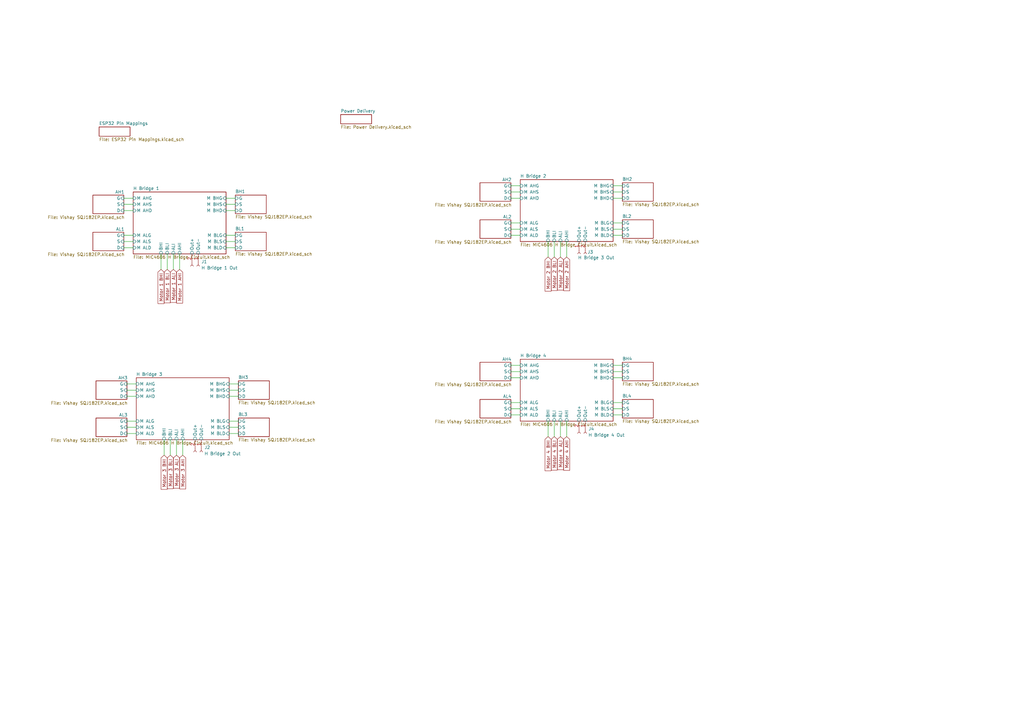
<source format=kicad_sch>
(kicad_sch (version 20231120) (generator "eeschema") (generator_version "8.0")
  (paper "A3")
  (title_block (title "ESP32 DC Motor Driver") (rev "1") (company "Divster"))
  (lib_symbols
    (symbol "Connector:Conn_01x02_Socket" (pin_names (offset 1.016) hide)
      (property "Reference" "J" (at 0 2.54 0))
      (property "Value" "Conn_01x02_Socket" (at 0 -5.08 0))
      (symbol "Conn_01x02_Socket_1_1"
        (arc (start 0 -2.032) (mid -0.5058 -2.54) (end 0 -3.048) (stroke (width 0.1524)))
        (polyline (pts (xy -1.27 -2.54) (xy -0.508 -2.54)) (stroke (width 0.1524)))
        (polyline (pts (xy -1.27 0) (xy -0.508 0)) (stroke (width 0.1524)))
        (arc (start 0 0.508) (mid -0.5058 0) (end 0 -0.508) (stroke (width 0.1524)))
        (pin passive line (at -5.08 0 0) (length 3.81) (name "Pin_1") (number "1"))
        (pin passive line (at -5.08 -2.54 0) (length 3.81) (name "Pin_2") (number "2"))
      )
    )
  )
  (wire (pts (xy 92.71 81.28) (xy 96.52 81.28)))
  (wire (pts (xy 50.8 86.36) (xy 54.61 86.36)))
  (wire (pts (xy 229.87 105.41) (xy 229.87 99.06)))
  (wire (pts (xy 92.71 96.52) (xy 96.52 96.52)))
  (wire (pts (xy 93.98 157.48) (xy 97.79 157.48)))
  (wire (pts (xy 251.46 93.98) (xy 255.27 93.98)))
  (wire (pts (xy 71.12 110.49) (xy 71.12 104.14)))
  (wire (pts (xy 227.33 179.07) (xy 227.33 172.72)))
  (wire (pts (xy 209.55 76.2) (xy 213.36 76.2)))
  (wire (pts (xy 50.8 81.28) (xy 54.61 81.28)))
  (wire (pts (xy 229.87 179.07) (xy 229.87 172.72)))
  (wire (pts (xy 92.71 86.36) (xy 96.52 86.36)))
  (wire (pts (xy 224.79 179.07) (xy 224.79 172.72)))
  (wire (pts (xy 92.71 99.06) (xy 96.52 99.06)))
  (wire (pts (xy 69.85 186.69) (xy 69.85 180.34)))
  (wire (pts (xy 92.71 101.6) (xy 96.52 101.6)))
  (wire (pts (xy 209.55 149.86) (xy 213.36 149.86)))
  (wire (pts (xy 93.98 160.02) (xy 97.79 160.02)))
  (wire (pts (xy 209.55 152.4) (xy 213.36 152.4)))
  (wire (pts (xy 209.55 154.94) (xy 213.36 154.94)))
  (wire (pts (xy 50.8 101.6) (xy 54.61 101.6)))
  (wire (pts (xy 251.46 96.52) (xy 255.27 96.52)))
  (wire (pts (xy 251.46 152.4) (xy 255.27 152.4)))
  (wire (pts (xy 93.98 162.56) (xy 97.79 162.56)))
  (wire (pts (xy 93.98 177.8) (xy 97.79 177.8)))
  (wire (pts (xy 251.46 76.2) (xy 255.27 76.2)))
  (wire (pts (xy 251.46 91.44) (xy 255.27 91.44)))
  (wire (pts (xy 251.46 170.18) (xy 255.27 170.18)))
  (wire (pts (xy 209.55 167.64) (xy 213.36 167.64)))
  (wire (pts (xy 251.46 149.86) (xy 255.27 149.86)))
  (wire (pts (xy 52.07 162.56) (xy 55.88 162.56)))
  (wire (pts (xy 251.46 167.64) (xy 255.27 167.64)))
  (wire (pts (xy 209.55 91.44) (xy 213.36 91.44)))
  (wire (pts (xy 251.46 78.74) (xy 255.27 78.74)))
  (wire (pts (xy 66.04 110.49) (xy 66.04 104.14)))
  (wire (pts (xy 52.07 175.26) (xy 55.88 175.26)))
  (wire (pts (xy 232.41 179.07) (xy 232.41 172.72)))
  (wire (pts (xy 251.46 154.94) (xy 255.27 154.94)))
  (wire (pts (xy 74.93 186.69) (xy 74.93 180.34)))
  (wire (pts (xy 93.98 172.72) (xy 97.79 172.72)))
  (wire (pts (xy 251.46 165.1) (xy 255.27 165.1)))
  (wire (pts (xy 209.55 165.1) (xy 213.36 165.1)))
  (wire (pts (xy 227.33 105.41) (xy 227.33 99.06)))
  (wire (pts (xy 52.07 172.72) (xy 55.88 172.72)))
  (wire (pts (xy 67.31 186.69) (xy 67.31 180.34)))
  (wire (pts (xy 224.79 105.41) (xy 224.79 99.06)))
  (wire (pts (xy 209.55 170.18) (xy 213.36 170.18)))
  (wire (pts (xy 251.46 81.28) (xy 255.27 81.28)))
  (wire (pts (xy 209.55 81.28) (xy 213.36 81.28)))
  (wire (pts (xy 209.55 93.98) (xy 213.36 93.98)))
  (wire (pts (xy 52.07 177.8) (xy 55.88 177.8)))
  (wire (pts (xy 73.66 110.49) (xy 73.66 104.14)))
  (wire (pts (xy 93.98 175.26) (xy 97.79 175.26)))
  (wire (pts (xy 52.07 160.02) (xy 55.88 160.02)))
  (wire (pts (xy 50.8 96.52) (xy 54.61 96.52)))
  (wire (pts (xy 232.41 105.41) (xy 232.41 99.06)))
  (wire (pts (xy 209.55 96.52) (xy 213.36 96.52)))
  (wire (pts (xy 50.8 99.06) (xy 54.61 99.06)))
  (wire (pts (xy 50.8 83.82) (xy 54.61 83.82)))
  (wire (pts (xy 52.07 157.48) (xy 55.88 157.48)))
  (wire (pts (xy 72.39 186.69) (xy 72.39 180.34)))
  (wire (pts (xy 209.55 78.74) (xy 213.36 78.74)))
  (wire (pts (xy 92.71 83.82) (xy 96.52 83.82)))
  (wire (pts (xy 68.58 110.49) (xy 68.58 104.14)))
  (global_label "Motor 1 BHI" (shape input) (at 66.04 110.49 270) (property "Intersheetrefs" "${INTERSHEET_REFS}" (effects (hide yes))))
  (global_label "Motor 1 AHI" (shape input) (at 73.66 110.49 270) (property "Intersheetrefs" "${INTERSHEET_REFS}" (effects (hide yes))))
  (global_label "Motor 2 ALI" (shape input) (at 229.87 105.41 270) (property "Intersheetrefs" "${INTERSHEET_REFS}" (effects (hide yes))))
  (global_label "Motor 3 ALI" (shape input) (at 72.39 186.69 270) (property "Intersheetrefs" "${INTERSHEET_REFS}" (effects (hide yes))))
  (global_label "Motor 3 BHI" (shape input) (at 67.31 186.69 270) (property "Intersheetrefs" "${INTERSHEET_REFS}" (effects (hide yes))))
  (global_label "Motor 2 BHI" (shape input) (at 224.79 105.41 270) (property "Intersheetrefs" "${INTERSHEET_REFS}" (effects (hide yes))))
  (global_label "Motor 3 AHI" (shape input) (at 74.93 186.69 270) (property "Intersheetrefs" "${INTERSHEET_REFS}" (effects (hide yes))))
  (global_label "Motor 4 BHI" (shape input) (at 224.79 179.07 270) (property "Intersheetrefs" "${INTERSHEET_REFS}" (effects (hide yes))))
  (global_label "Motor 3 BLI" (shape input) (at 69.85 186.69 270) (property "Intersheetrefs" "${INTERSHEET_REFS}" (effects (hide yes))))
  (global_label "Motor 4 ALI" (shape input) (at 229.87 179.07 270) (property "Intersheetrefs" "${INTERSHEET_REFS}" (effects (hide yes))))
  (global_label "Motor 1 ALI" (shape input) (at 71.12 110.49 270) (property "Intersheetrefs" "${INTERSHEET_REFS}" (effects (hide yes))))
  (global_label "Motor 1 BLI" (shape input) (at 68.58 110.49 270) (property "Intersheetrefs" "${INTERSHEET_REFS}" (effects (hide yes))))
  (global_label "Motor 4 BLI" (shape input) (at 227.33 179.07 270) (property "Intersheetrefs" "${INTERSHEET_REFS}" (effects (hide yes))))
  (global_label "Motor 2 AHI" (shape input) (at 232.41 105.41 270) (property "Intersheetrefs" "${INTERSHEET_REFS}" (effects (hide yes))))
  (global_label "Motor 4 AHI" (shape input) (at 232.41 179.07 270) (property "Intersheetrefs" "${INTERSHEET_REFS}" (effects (hide yes))))
  (global_label "Motor 2 BLI" (shape input) (at 227.33 105.41 270) (property "Intersheetrefs" "${INTERSHEET_REFS}" (effects (hide yes))))
  (symbol (lib_id "Connector:Conn_01x02_Socket") (at 81.28 109.22 270) (unit 1)
    (property "Reference" "J1" (at 82.55 107.3149 90) (effects (justify left)))
    (property "Value" "H Bridge 1 Out" (at 82.55 109.8549 90) (effects (justify left)))
    (property "Description" "Generic connector, single row, 01x02, script generated" (effects (hide yes)))
  )
  (symbol (lib_id "Connector:Conn_01x02_Socket") (at 237.49 104.14 90) (mirror x) (unit 1)
    (property "Reference" "J3" (at 243.332 103.378 90) (effects (justify left)))
    (property "Value" "H Bridge 3 Out" (at 251.968 105.664 90) (effects (justify left)))
    (property "Description" "Generic connector, single row, 01x02, script generated" (effects (hide yes)))
  )
  (symbol (lib_id "Connector:Conn_01x02_Socket") (at 82.55 185.42 270) (unit 1)
    (property "Reference" "J2" (at 83.82 183.5149 90) (effects (justify left)))
    (property "Value" "H Bridge 2 Out" (at 83.82 186.0549 90) (effects (justify left)))
    (property "Description" "Generic connector, single row, 01x02, script generated" (effects (hide yes)))
  )
  (symbol (lib_id "Connector:Conn_01x02_Socket") (at 240.03 177.8 270) (unit 1)
    (property "Reference" "J4" (at 241.3 175.8949 90) (effects (justify left)))
    (property "Value" "H Bridge 4 Out" (at 241.3 178.4349 90) (effects (justify left)))
    (property "Description" "Generic connector, single row, 01x02, script generated" (effects (hide yes)))
  )
  (sheet (at 54.61 78.74) (size 38.1 25.4) (stroke (width 0.1524))
    (property "Sheetname" "H Bridge 1" (at 54.61 78.0284 0) (effects (justify left bottom)))
    (property "Sheetfile" "MIC4606 H Bridge Circuit.kicad_sch" (at 54.61 104.7246 0) (effects (justify left top)))
    (pin "M AHG" input (at 54.61 81.28 180))
    (pin "M ALG" input (at 54.61 96.52 180))
    (pin "M AHS" input (at 54.61 83.82 180))
    (pin "M AHD" input (at 54.61 86.36 180))
    (pin "M BHD" input (at 92.71 86.36 0))
    (pin "M BHS" input (at 92.71 83.82 0))
    (pin "M ALS" input (at 54.61 99.06 180))
    (pin "M ALD" input (at 54.61 101.6 180))
    (pin "M BLS" input (at 92.71 99.06 0))
    (pin "M BLD" input (at 92.71 101.6 0))
    (pin "M BLG" input (at 92.71 96.52 0))
    (pin "M BHG" input (at 92.71 81.28 0))
    (pin "BHI" input (at 66.04 104.14 270))
    (pin "BLI" input (at 68.58 104.14 270))
    (pin "ALI" input (at 71.12 104.14 270))
    (pin "AHI" input (at 73.66 104.14 270))
    (pin "Out+" input (at 78.74 104.14 270))
    (pin "Out-" input (at 81.28 104.14 270))
  )
  (sheet (at 97.79 171.45) (size 12.7 7.62) (stroke (width 0.1524))
    (property "Sheetname" "BL3" (at 97.79 170.7384 0) (effects (justify left bottom)))
    (property "Sheetfile" "Vishay SQJ182EP.kicad_sch" (at 97.79 179.6546 0) (effects (justify left top)))
    (pin "S" input (at 97.79 175.26 180))
    (pin "G" input (at 97.79 172.72 180))
    (pin "D" input (at 97.79 177.8 180))
  )
  (sheet (at 255.27 163.83) (size 12.7 7.62) (stroke (width 0.1524))
    (property "Sheetname" "BL4" (at 255.27 163.1184 0) (effects (justify left bottom)))
    (property "Sheetfile" "Vishay SQJ182EP.kicad_sch" (at 255.27 172.0346 0) (effects (justify left top)))
    (pin "S" input (at 255.27 167.64 180))
    (pin "G" input (at 255.27 165.1 180))
    (pin "D" input (at 255.27 170.18 180))
  )
  (sheet (at 255.27 148.59) (size 12.7 7.62) (stroke (width 0.1524))
    (property "Sheetname" "BH4" (at 255.27 147.8784 0) (effects (justify left bottom)))
    (property "Sheetfile" "Vishay SQJ182EP.kicad_sch" (at 255.27 156.7946 0) (effects (justify left top)))
    (pin "S" input (at 255.27 152.4 180))
    (pin "G" input (at 255.27 149.86 180))
    (pin "D" input (at 255.27 154.94 180))
  )
  (sheet (at 255.27 90.17) (size 12.7 7.62) (stroke (width 0.1524))
    (property "Sheetname" "BL2" (at 255.27 89.4584 0) (effects (justify left bottom)))
    (property "Sheetfile" "Vishay SQJ182EP.kicad_sch" (at 255.27 98.3746 0) (effects (justify left top)))
    (pin "S" input (at 255.27 93.98 180))
    (pin "G" input (at 255.27 91.44 180))
    (pin "D" input (at 255.27 96.52 180))
  )
  (sheet (at 196.85 90.17) (size 12.7 7.62) (stroke (width 0.1524))
    (property "Sheetname" "AL2" (at 209.804 89.662 0) (effects (justify right bottom)))
    (property "Sheetfile" "Vishay SQJ182EP.kicad_sch" (at 194.056 98.552 0) (effects (justify top)))
    (pin "S" input (at 209.55 93.98 0))
    (pin "G" input (at 209.55 91.44 0))
    (pin "D" input (at 209.55 96.52 0))
  )
  (sheet (at 97.79 156.21) (size 12.7 7.62) (stroke (width 0.1524))
    (property "Sheetname" "BH3" (at 97.79 155.4984 0) (effects (justify left bottom)))
    (property "Sheetfile" "Vishay SQJ182EP.kicad_sch" (at 97.79 164.4146 0) (effects (justify left top)))
    (pin "S" input (at 97.79 160.02 180))
    (pin "G" input (at 97.79 157.48 180))
    (pin "D" input (at 97.79 162.56 180))
  )
  (sheet (at 213.36 73.66) (size 38.1 25.4) (stroke (width 0.1524))
    (property "Sheetname" "H Bridge 2" (at 213.36 72.9484 0) (effects (justify left bottom)))
    (property "Sheetfile" "MIC4606 H Bridge Circuit.kicad_sch" (at 213.36 99.6446 0) (effects (justify left top)))
    (pin "M AHG" input (at 213.36 76.2 180))
    (pin "M ALG" input (at 213.36 91.44 180))
    (pin "M AHS" input (at 213.36 78.74 180))
    (pin "M AHD" input (at 213.36 81.28 180))
    (pin "M BHD" input (at 251.46 81.28 0))
    (pin "M BHS" input (at 251.46 78.74 0))
    (pin "M ALS" input (at 213.36 93.98 180))
    (pin "M ALD" input (at 213.36 96.52 180))
    (pin "M BLS" input (at 251.46 93.98 0))
    (pin "M BLD" input (at 251.46 96.52 0))
    (pin "M BLG" input (at 251.46 91.44 0))
    (pin "M BHG" input (at 251.46 76.2 0))
    (pin "BHI" input (at 224.79 99.06 270))
    (pin "BLI" input (at 227.33 99.06 270))
    (pin "ALI" input (at 229.87 99.06 270))
    (pin "AHI" input (at 232.41 99.06 270))
    (pin "Out+" input (at 237.49 99.06 270))
    (pin "Out-" input (at 240.03 99.06 270))
  )
  (sheet (at 196.85 163.83) (size 12.7 7.62) (stroke (width 0.1524))
    (property "Sheetname" "AL4" (at 209.804 163.322 0) (effects (justify right bottom)))
    (property "Sheetfile" "Vishay SQJ182EP.kicad_sch" (at 194.056 172.212 0) (effects (justify top)))
    (pin "S" input (at 209.55 167.64 0))
    (pin "G" input (at 209.55 165.1 0))
    (pin "D" input (at 209.55 170.18 0))
  )
  (sheet (at 55.88 154.94) (size 38.1 25.4) (stroke (width 0.1524))
    (property "Sheetname" "H Bridge 3" (at 55.88 154.2284 0) (effects (justify left bottom)))
    (property "Sheetfile" "MIC4606 H Bridge Circuit.kicad_sch" (at 55.88 180.9246 0) (effects (justify left top)))
    (pin "M AHG" input (at 55.88 157.48 180))
    (pin "M ALG" input (at 55.88 172.72 180))
    (pin "M AHS" input (at 55.88 160.02 180))
    (pin "M AHD" input (at 55.88 162.56 180))
    (pin "M BHD" input (at 93.98 162.56 0))
    (pin "M BHS" input (at 93.98 160.02 0))
    (pin "M ALS" input (at 55.88 175.26 180))
    (pin "M ALD" input (at 55.88 177.8 180))
    (pin "M BLS" input (at 93.98 175.26 0))
    (pin "M BLD" input (at 93.98 177.8 0))
    (pin "M BLG" input (at 93.98 172.72 0))
    (pin "M BHG" input (at 93.98 157.48 0))
    (pin "BHI" input (at 67.31 180.34 270))
    (pin "BLI" input (at 69.85 180.34 270))
    (pin "ALI" input (at 72.39 180.34 270))
    (pin "AHI" input (at 74.93 180.34 270))
    (pin "Out+" input (at 80.01 180.34 270))
    (pin "Out-" input (at 82.55 180.34 270))
  )
  (sheet (at 39.37 156.21) (size 12.7 7.62) (stroke (width 0.1524))
    (property "Sheetname" "AH3" (at 52.324 155.702 0) (effects (justify right bottom)))
    (property "Sheetfile" "Vishay SQJ182EP.kicad_sch" (at 36.576 164.592 0) (effects (justify top)))
    (pin "S" input (at 52.07 160.02 0))
    (pin "G" input (at 52.07 157.48 0))
    (pin "D" input (at 52.07 162.56 0))
  )
  (sheet (at 196.85 148.59) (size 12.7 7.62) (stroke (width 0.1524))
    (property "Sheetname" "AH4" (at 209.804 148.082 0) (effects (justify right bottom)))
    (property "Sheetfile" "Vishay SQJ182EP.kicad_sch" (at 194.056 156.972 0) (effects (justify top)))
    (pin "S" input (at 209.55 152.4 0))
    (pin "G" input (at 209.55 149.86 0))
    (pin "D" input (at 209.55 154.94 0))
  )
  (sheet (at 196.85 74.93) (size 12.7 7.62) (stroke (width 0.1524))
    (property "Sheetname" "AH2" (at 209.804 74.422 0) (effects (justify right bottom)))
    (property "Sheetfile" "Vishay SQJ182EP.kicad_sch" (at 194.056 83.312 0) (effects (justify top)))
    (pin "S" input (at 209.55 78.74 0))
    (pin "G" input (at 209.55 76.2 0))
    (pin "D" input (at 209.55 81.28 0))
  )
  (sheet (at 39.37 171.45) (size 12.7 7.62) (stroke (width 0.1524))
    (property "Sheetname" "AL3" (at 52.324 170.942 0) (effects (justify right bottom)))
    (property "Sheetfile" "Vishay SQJ182EP.kicad_sch" (at 36.576 179.832 0) (effects (justify top)))
    (pin "S" input (at 52.07 175.26 0))
    (pin "G" input (at 52.07 172.72 0))
    (pin "D" input (at 52.07 177.8 0))
  )
  (sheet (at 96.52 95.25) (size 12.7 7.62) (stroke (width 0.1524))
    (property "Sheetname" "BL1" (at 96.52 94.5384 0) (effects (justify left bottom)))
    (property "Sheetfile" "Vishay SQJ182EP.kicad_sch" (at 96.52 103.4546 0) (effects (justify left top)))
    (pin "S" input (at 96.52 99.06 180))
    (pin "G" input (at 96.52 96.52 180))
    (pin "D" input (at 96.52 101.6 180))
  )
  (sheet (at 139.7 46.99) (size 12.7 3.81) (stroke (width 0.1524))
    (property "Sheetname" "Power Delivery" (at 139.7 46.2784 0) (effects (justify left bottom)))
    (property "Sheetfile" "Power Delivery.kicad_sch" (at 139.7 51.3846 0) (effects (justify left top)))
  )
  (sheet (at 38.1 95.25) (size 12.7 7.62) (stroke (width 0.1524))
    (property "Sheetname" "AL1" (at 51.054 94.742 0) (effects (justify right bottom)))
    (property "Sheetfile" "Vishay SQJ182EP.kicad_sch" (at 35.306 103.632 0) (effects (justify top)))
    (pin "S" input (at 50.8 99.06 0))
    (pin "G" input (at 50.8 96.52 0))
    (pin "D" input (at 50.8 101.6 0))
  )
  (sheet (at 40.64 52.07) (size 12.7 3.81) (stroke (width 0.1524))
    (property "Sheetname" "ESP32 Pin Mappings" (at 40.64 51.3584 0) (effects (justify left bottom)))
    (property "Sheetfile" "ESP32 Pin Mappings.kicad_sch" (at 40.64 56.4646 0) (effects (justify left top)))
  )
  (sheet (at 96.52 80.01) (size 12.7 7.62) (stroke (width 0.1524))
    (property "Sheetname" "BH1" (at 96.52 79.2984 0) (effects (justify left bottom)))
    (property "Sheetfile" "Vishay SQJ182EP.kicad_sch" (at 96.52 88.2146 0) (effects (justify left top)))
    (pin "S" input (at 96.52 83.82 180))
    (pin "G" input (at 96.52 81.28 180))
    (pin "D" input (at 96.52 86.36 180))
  )
  (sheet (at 213.36 147.32) (size 38.1 25.4) (stroke (width 0.1524))
    (property "Sheetname" "H Bridge 4" (at 213.36 146.6084 0) (effects (justify left bottom)))
    (property "Sheetfile" "MIC4606 H Bridge Circuit.kicad_sch" (at 213.36 173.3046 0) (effects (justify left top)))
    (pin "M AHG" input (at 213.36 149.86 180))
    (pin "M ALG" input (at 213.36 165.1 180))
    (pin "M AHS" input (at 213.36 152.4 180))
    (pin "M AHD" input (at 213.36 154.94 180))
    (pin "M BHD" input (at 251.46 154.94 0))
    (pin "M BHS" input (at 251.46 152.4 0))
    (pin "M ALS" input (at 213.36 167.64 180))
    (pin "M ALD" input (at 213.36 170.18 180))
    (pin "M BLS" input (at 251.46 167.64 0))
    (pin "M BLD" input (at 251.46 170.18 0))
    (pin "M BLG" input (at 251.46 165.1 0))
    (pin "M BHG" input (at 251.46 149.86 0))
    (pin "BHI" input (at 224.79 172.72 270))
    (pin "BLI" input (at 227.33 172.72 270))
    (pin "ALI" input (at 229.87 172.72 270))
    (pin "AHI" input (at 232.41 172.72 270))
    (pin "Out+" input (at 237.49 172.72 270))
    (pin "Out-" input (at 240.03 172.72 270))
  )
  (sheet (at 255.27 74.93) (size 12.7 7.62) (stroke (width 0.1524))
    (property "Sheetname" "BH2" (at 255.27 74.2184 0) (effects (justify left bottom)))
    (property "Sheetfile" "Vishay SQJ182EP.kicad_sch" (at 255.27 83.1346 0) (effects (justify left top)))
    (pin "S" input (at 255.27 78.74 180))
    (pin "G" input (at 255.27 76.2 180))
    (pin "D" input (at 255.27 81.28 180))
  )
  (sheet (at 38.1 80.01) (size 12.7 7.62) (stroke (width 0.1524))
    (property "Sheetname" "AH1" (at 51.054 79.502 0) (effects (justify right bottom)))
    (property "Sheetfile" "Vishay SQJ182EP.kicad_sch" (at 35.306 88.392 0) (effects (justify top)))
    (pin "S" input (at 50.8 83.82 0))
    (pin "G" input (at 50.8 81.28 0))
    (pin "D" input (at 50.8 86.36 0))
  )
)
</source>
